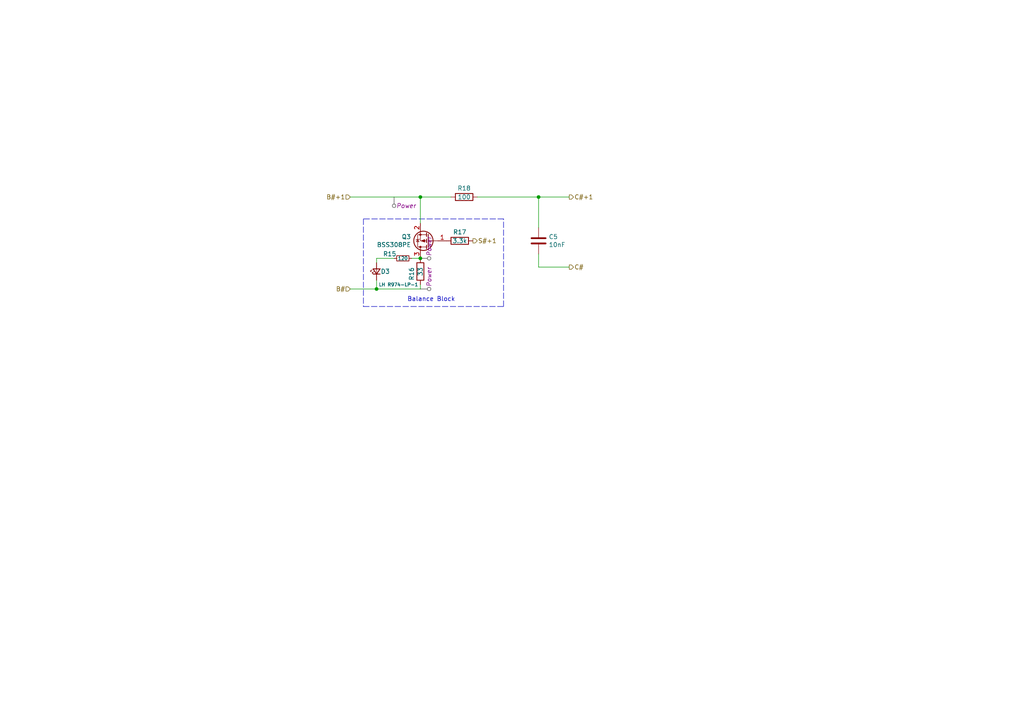
<source format=kicad_sch>
(kicad_sch (version 20231120) (generator "eeschema") (generator_version "8.0")
  (paper "A4")
  (lib_symbols
    (symbol "Device:C" (pin_numbers hide) (pin_names (offset 0.254))
      (property "Reference" "C" (at 0.635 2.54 0))
      (property "Value" "C" (at 0.635 -2.54 0))
      (symbol "C_0_1"
        (polyline (pts (xy -2.032 -0.762) (xy 2.032 -0.762)) (stroke (width 0.508)))
        (polyline (pts (xy -2.032 0.762) (xy 2.032 0.762)) (stroke (width 0.508)))
      )
      (symbol "C_1_1"
        (pin passive line (at 0 3.81 270) (length 2.794) (name "~") (number "1"))
        (pin passive line (at 0 -3.81 90) (length 2.794) (name "~") (number "2"))
      )
    )
    (symbol "Device:LED_Small" (pin_numbers hide) (pin_names (offset 0.254) hide)
      (property "Reference" "D" (at -1.27 3.175 0))
      (property "Value" "LED_Small" (at -4.445 -2.54 0))
      (symbol "LED_Small_0_1"
        (polyline (pts (xy -0.762 -1.016) (xy -0.762 1.016)) (stroke (width 0.254)))
        (polyline (pts (xy 1.016 0) (xy -0.762 0)))
        (polyline (pts (xy 0.762 -1.016) (xy -0.762 0) (xy 0.762 1.016) (xy 0.762 -1.016)) (stroke (width 0.254)))
        (polyline (pts (xy 0 0.762) (xy -0.508 1.27) (xy -0.254 1.27) (xy -0.508 1.27) (xy -0.508 1.016)))
        (polyline (pts (xy 0.508 1.27) (xy 0 1.778) (xy 0.254 1.778) (xy 0 1.778) (xy 0 1.524)))
      )
      (symbol "LED_Small_1_1"
        (pin passive line (at -2.54 0 0) (length 1.778) (name "K") (number "1"))
        (pin passive line (at 2.54 0 180) (length 1.778) (name "A") (number "2"))
      )
    )
    (symbol "Device:R" (pin_numbers hide) (pin_names (offset 0))
      (property "Reference" "R" (at 2.032 0 90))
      (property "Value" "R" (at 0 0 90))
      (symbol "R_0_1"
        (rectangle (start -1.016 -2.54) (end 1.016 2.54) (stroke (width 0.254)))
      )
      (symbol "R_1_1"
        (pin passive line (at 0 3.81 270) (length 1.27) (name "~") (number "1"))
        (pin passive line (at 0 -3.81 90) (length 1.27) (name "~") (number "2"))
      )
    )
    (symbol "Device:R_Small" (pin_numbers hide) (pin_names (offset 0.254) hide)
      (property "Reference" "R" (at 0.762 0.508 0))
      (property "Value" "R_Small" (at 0.762 -1.016 0))
      (symbol "R_Small_0_1"
        (rectangle (start -0.762 1.778) (end 0.762 -1.778) (stroke (width 0.2032)))
      )
      (symbol "R_Small_1_1"
        (pin passive line (at 0 2.54 270) (length 0.762) (name "~") (number "1"))
        (pin passive line (at 0 -2.54 90) (length 0.762) (name "~") (number "2"))
      )
    )
    (symbol "Transistor_FET:BSS84" (pin_names hide)
      (property "Reference" "Q" (at 5.08 1.905 0))
      (property "Value" "BSS84" (at 5.08 0 0))
      (symbol "BSS84_0_1"
        (polyline (pts (xy 0.254 0) (xy -2.54 0)))
        (polyline (pts (xy 0.254 1.905) (xy 0.254 -1.905)) (stroke (width 0.254)))
        (polyline (pts (xy 0.762 -1.27) (xy 0.762 -2.286)) (stroke (width 0.254)))
        (polyline (pts (xy 0.762 0.508) (xy 0.762 -0.508)) (stroke (width 0.254)))
        (polyline (pts (xy 0.762 2.286) (xy 0.762 1.27)) (stroke (width 0.254)))
        (polyline (pts (xy 2.54 2.54) (xy 2.54 1.778)))
        (polyline (pts (xy 2.54 -2.54) (xy 2.54 0) (xy 0.762 0)))
        (polyline (pts (xy 0.762 1.778) (xy 3.302 1.778) (xy 3.302 -1.778) (xy 0.762 -1.778)))
        (polyline (pts (xy 2.286 0) (xy 1.27 0.381) (xy 1.27 -0.381) (xy 2.286 0)) (fill (type outline)))
        (polyline (pts (xy 2.794 -0.508) (xy 2.921 -0.381) (xy 3.683 -0.381) (xy 3.81 -0.254)))
        (polyline (pts (xy 3.302 -0.381) (xy 2.921 0.254) (xy 3.683 0.254) (xy 3.302 -0.381)))
        (circle (center 1.651 0) (radius 2.794) (stroke (width 0.254)))
        (circle (center 2.54 -1.778) (radius 0.254) (fill (type outline)))
        (circle (center 2.54 1.778) (radius 0.254) (fill (type outline)))
      )
      (symbol "BSS84_1_1"
        (pin input line (at -5.08 0 0) (length 2.54) (name "G") (number "1"))
        (pin passive line (at 2.54 -5.08 90) (length 2.54) (name "S") (number "2"))
        (pin passive line (at 2.54 5.08 270) (length 2.54) (name "D") (number "3"))
      )
    )
  )
  (junction (at 156.21 57.15))
  (junction (at 121.92 74.93))
  (junction (at 109.22 83.82))
  (junction (at 121.92 57.15))
  (polyline (pts (xy 146.05 63.5) (xy 105.41 63.5)) (stroke (width 0) (type dash)))
  (polyline (pts (xy 105.41 88.9) (xy 146.05 88.9)) (stroke (width 0) (type dash)))
  (wire (pts (xy 101.6 57.15) (xy 121.92 57.15)))
  (wire (pts (xy 165.1 57.15) (xy 156.21 57.15)))
  (wire (pts (xy 121.92 74.93) (xy 119.38 74.93)))
  (polyline (pts (xy 146.05 88.9) (xy 146.05 63.5)) (stroke (width 0) (type dash)))
  (wire (pts (xy 121.92 57.15) (xy 130.81 57.15)))
  (wire (pts (xy 156.21 57.15) (xy 156.21 66.04)))
  (wire (pts (xy 156.21 73.66) (xy 156.21 77.47)))
  (wire (pts (xy 109.22 74.93) (xy 109.22 76.2)))
  (wire (pts (xy 109.22 81.28) (xy 109.22 83.82)))
  (wire (pts (xy 156.21 77.47) (xy 165.1 77.47)))
  (wire (pts (xy 121.92 57.15) (xy 121.92 64.77)))
  (wire (pts (xy 138.43 57.15) (xy 156.21 57.15)))
  (wire (pts (xy 114.3 74.93) (xy 109.22 74.93)))
  (wire (pts (xy 109.22 83.82) (xy 121.92 83.82)))
  (polyline (pts (xy 105.41 63.5) (xy 105.41 88.9)) (stroke (width 0) (type dash)))
  (wire (pts (xy 121.92 82.55) (xy 121.92 83.82)))
  (wire (pts (xy 101.6 83.82) (xy 109.22 83.82)))
  (text "Balance Block" (at 118.11 87.63 0) (effects (font (size 1.27 1.27)) (justify left bottom)))
  (hierarchical_label "C#" (shape output) (at 165.1 77.47 0))
  (hierarchical_label "S#+1" (shape output) (at 137.16 69.85 0))
  (hierarchical_label "C#+1" (shape output) (at 165.1 57.15 0))
  (hierarchical_label "B#" (shape input) (at 101.6 83.82 180))
  (hierarchical_label "B#+1" (shape input) (at 101.6 57.15 180))
  (netclass_flag "" (length 2.54) (shape round) (at 121.92 74.93 270) (property "Netclass" "Power" (at 124.46 74.3204 90) (effects (font (italic yes)) (justify left))))
  (netclass_flag "" (length 2.54) (shape round) (at 114.3 57.15 180) (property "Netclass" "Power" (at 114.9096 59.69 0) (effects (font (italic yes)) (justify left))))
  (netclass_flag "" (length 2.54) (shape round) (at 121.92 83.82 270) (property "Netclass" "Power" (at 124.46 83.2104 90) (effects (font (italic yes)) (justify left))))
  (symbol (lib_id "Transistor_FET:BSS84") (at 124.46 69.85 180) (unit 1)
    (property "Reference" "Q3" (at 119.2276 68.6816 0) (effects (justify left)))
    (property "Value" "BSS308PE" (at 119.2276 70.993 0) (effects (justify left)))
    (property "Footprint" "Package_TO_SOT_SMD:SOT-23" (effects (hide yes)))
    (property "Datasheet" "http://assets.nexperia.com/documents/data-sheet/BSS84.pdf" (effects (hide yes)))
    (instances (project "BMS" (path "" (reference "Q3") (unit 1)) (path "" (reference "Q4") (unit 1)) (path "" (reference "Q5") (unit 1)) (path "" (reference "Q6") (unit 1)) (path "" (reference "Q7") (unit 1)) (path "" (reference "Q8") (unit 1))))
  )
  (symbol (lib_id "Device:R") (at 133.35 69.85 270) (unit 1)
    (property "Reference" "R17" (at 133.35 67.31 90))
    (property "Value" "3.3k" (at 133.35 69.85 90))
    (property "Footprint" "Resistor_SMD:R_0805_2012Metric_Pad1.20x1.40mm_HandSolder" (effects (hide yes)))
    (instances (project "BMS" (path "" (reference "R17") (unit 1)) (path "" (reference "R21") (unit 1)) (path "" (reference "R25") (unit 1)) (path "" (reference "R29") (unit 1)) (path "" (reference "R35") (unit 1)) (path "" (reference "R44") (unit 1))))
  )
  (symbol (lib_id "Device:R") (at 121.92 78.74 180) (unit 1)
    (property "Reference" "R16" (at 119.38 77.47 90) (effects (justify left)))
    (property "Value" "33" (at 121.92 77.47 90) (effects (justify left)))
    (property "Footprint" "Resistor_SMD:R_2512_6332Metric_Pad1.40x3.35mm_HandSolder" (effects (hide yes)))
    (instances (project "BMS" (path "" (reference "R16") (unit 1)) (path "" (reference "R20") (unit 1)) (path "" (reference "R24") (unit 1)) (path "" (reference "R28") (unit 1)) (path "" (reference "R34") (unit 1)) (path "" (reference "R43") (unit 1))))
  )
  (symbol (lib_id "Device:R") (at 134.62 57.15 270) (unit 1)
    (property "Reference" "R18" (at 134.62 54.61 90))
    (property "Value" "100" (at 134.62 57.15 90))
    (property "Footprint" "Resistor_SMD:R_0805_2012Metric_Pad1.20x1.40mm_HandSolder" (effects (hide yes)))
    (instances (project "BMS" (path "" (reference "R18") (unit 1)) (path "" (reference "R22") (unit 1)) (path "" (reference "R26") (unit 1)) (path "" (reference "R30") (unit 1)) (path "" (reference "R36") (unit 1)) (path "" (reference "R45") (unit 1))))
  )
  (symbol (lib_id "Device:C") (at 156.21 69.85 0) (unit 1)
    (property "Reference" "C5" (at 159.131 68.6816 0) (effects (justify left)))
    (property "Value" "10nF" (at 159.131 70.993 0) (effects (justify left)))
    (property "Footprint" "Capacitor_SMD:C_0805_2012Metric_Pad1.18x1.45mm_HandSolder" (effects (hide yes)))
    (instances (project "BMS" (path "" (reference "C5") (unit 1)) (path "" (reference "C8") (unit 1)) (path "" (reference "C9") (unit 1)) (path "" (reference "C10") (unit 1)) (path "" (reference "C11") (unit 1)) (path "" (reference "C14") (unit 1))))
  )
  (symbol (lib_id "Device:LED_Small") (at 109.22 78.74 90) (unit 1)
    (property "Reference" "D3" (at 111.76 78.74 90))
    (property "Value" "LH R974-LP-1" (at 115.57 82.55 90) (effects (font (size 0.9652 0.9652))))
    (property "Footprint" "LED_SMD:LED_0805_2012Metric_Pad1.15x1.40mm_HandSolder" (effects (hide yes)))
    (instances (project "BMS" (path "" (reference "D3") (unit 1)) (path "" (reference "D4") (unit 1)) (path "" (reference "D5") (unit 1)) (path "" (reference "D6") (unit 1)) (path "" (reference "D7") (unit 1)) (path "" (reference "D8") (unit 1))))
  )
  (symbol (lib_id "Device:R_Small") (at 116.84 74.93 270) (unit 1)
    (property "Reference" "R15" (at 113.03 73.66 90))
    (property "Value" "120" (at 116.84 74.93 90) (effects (font (size 0.9652 0.9652))))
    (property "Footprint" "Resistor_SMD:R_0805_2012Metric_Pad1.20x1.40mm_HandSolder" (effects (hide yes)))
    (instances (project "BMS" (path "" (reference "R15") (unit 1)) (path "" (reference "R19") (unit 1)) (path "" (reference "R23") (unit 1)) (path "" (reference "R27") (unit 1)) (path "" (reference "R31") (unit 1)) (path "" (reference "R42") (unit 1))))
  )
)
</source>
